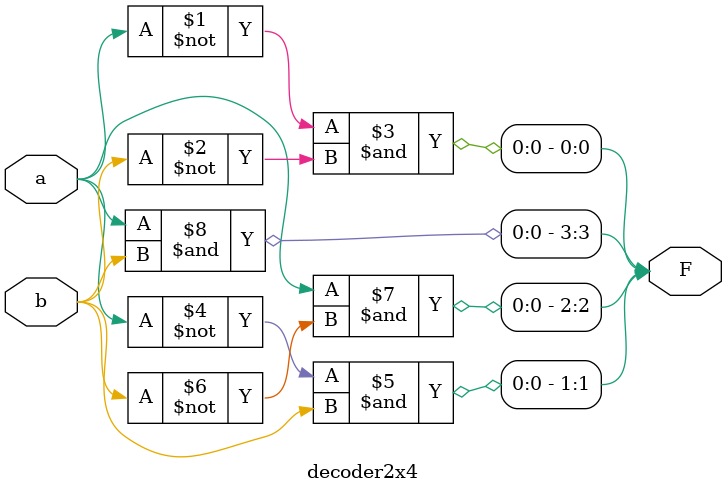
<source format=v>
module decoder2x4(input a , b , output [3:0] F);
assign F[0] = (~a & ~b);
assign F[1] = (~a & b);
assign F[2] = (a & ~b);
assign F[3] = (a & b);
endmodule

</source>
